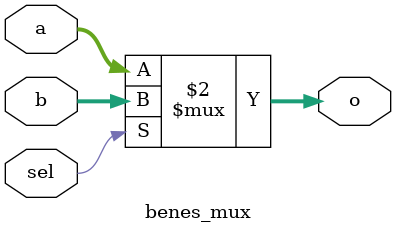
<source format=v>
`timescale 1ns / 1ps

// Design: benes.v
// Author: Eric Qin

// Description: Benes Network (Distribution Network)

// Reference: https://www.cs.cmu.edu/afs/cs.cmu.edu/project/phrensy/pub/papers/AroraLM94/node7.html

///////////////////////////////////////////////////////////////////////////////////////////////////
/*
Sample Indexing Diagram with 8 PES example

Table:
 O   --> switch (regular)
 $	 --> input switch
 #   --> output switch
 

----------------------------------------------------------------------------------------------- 
Data IO Diagram: 

r_data_bus_ff[Element 0] -->  $     O     O     O     O     O     # --> w_dist_bus[Element 0]
 
r_data_bus_ff[Element 1] -->  $     O     O     O     O     O     # --> w_dist_bus[Element 1]
 
r_data_bus_ff[Element 2] -->  $     O     O     O     O     O     # --> w_dist_bus[Element 2]
 
r_data_bus_ff[Element 3] -->  $     O     O     O     O     O     # --> w_dist_bus[Element 3]
 
r_data_bus_ff[Element 4] -->  $     O     O     O     O     O     # --> w_dist_bus[Element 4]
 
r_data_bus_ff[Element 5] -->  $     O     O     O     O     O     # --> w_dist_bus[Element 5]
 
r_data_bus_ff[Element 6] -->  $     O     O     O     O     O     # --> w_dist_bus[Element 6]

r_data_bus_ff[Element 7] -->  $     O     O     O     O     O     # --> w_dist_bus[Element 7]


----------------------------------------------------------------------------------------------- 
Horizontal Internal Wires Diagram: (between each switch) 

$ w_internal[0]  O w_internal[2]  O w_internal[4]  O w_internal[6]  O w_internal[8]  O w_internal[10] # 

$ w_internal[12] O w_internal[14] O w_internal[16] O w_internal[18] O w_internal[20] O w_internal[22] # 

$ w_internal[24] O w_internal[26] O w_internal[28] O w_internal[30] O w_internal[32] O w_internal[34] # 

$ w_internal[36] O w_internal[38] O w_internal[40] O w_internal[42] O w_internal[44] O w_internal[46] #  

$ w_internal[48] O w_internal[50] O w_internal[52] O w_internal[54] O w_internal[56] O w_internal[58] # 

$ w_internal[60] O w_internal[62] O w_internal[64] O w_internal[66] O w_internal[68] O w_internal[70] # 

$ w_internal[72] O w_internal[74] O w_internal[76] O w_internal[78] O w_internal[80] O w_internal[82] # 

$ w_internal[84] O w_internal[86] O w_internal[88] O w_internal[90] O w_internal[92] O w_internal[94] #  

----------------------------------------------------------------------------------------------- 
Diagonal Internal Wires Diagram: (between each switch)

$ w_internal[1]  O w_internal[3]  O w_internal[5]  O w_internal[7]  O w_internal[9]  O w_internal[11] # 

$ w_internal[13] O w_internal[15] O w_internal[17] O w_internal[19] O w_internal[21] O w_internal[23] # 

$ w_internal[25] O w_internal[27] O w_internal[29] O w_internal[31] O w_internal[33] O w_internal[35] # 

$ w_internal[37] O w_internal[39] O w_internal[41] O w_internal[43] O w_internal[45] O w_internal[47] #  

$ w_internal[49] O w_internal[51] O w_internal[53] O w_internal[55] O w_internal[57] O w_internal[59] # 

$ w_internal[61] O w_internal[63] O w_internal[65] O w_internal[67] O w_internal[69] O w_internal[71] # 

$ w_internal[73] O w_internal[75] O w_internal[77] O w_internal[79] O w_internal[81] O w_internal[83] # 

$ w_internal[85] O w_internal[87] O w_internal[89] O w_internal[91] O w_internal[93] O w_internal[95] #  

----------------------------------------------------------------------------------------------- 
Mux Select Signals Diagram (inputs to each switch)
	* input switch does not require any control signals --> value will go to both horizontal and diagonal
	* output switch only requires one control bit

NA  r_mux_bus_ff[0,1]      r_mux_bus_ff[2,3]      r_mux_bus_ff[4,5]      r_mux_bus_ff[6,7]      r_mux_bus_ff[8,9]     r_mux_bus_ff[80]

NA  r_mux_bus_ff[10,11]    r_mux_bus_ff[12,13]    r_mux_bus_ff[14,15]    r_mux_bus_ff[16,17]    r_mux_bus_ff[18,19]   r_mux_bus_ff[81]

NA  r_mux_bus_ff[20,21]    r_mux_bus_ff[22,23]    r_mux_bus_ff[24,25]    r_mux_bus_ff[26,27]    r_mux_bus_ff[28,29]   r_mux_bus_ff[82]

NA  r_mux_bus_ff[30,31]    r_mux_bus_ff[32,33]    r_mux_bus_ff[34,35]    r_mux_bus_ff[36,37]    r_mux_bus_ff[38,39]   r_mux_bus_ff[83]

NA  r_mux_bus_ff[40,41]    r_mux_bus_ff[42,43]    r_mux_bus_ff[44,45]    r_mux_bus_ff[46,47]    r_mux_bus_ff[48,49]   r_mux_bus_ff[84]

NA  r_mux_bus_ff[50,51]    r_mux_bus_ff[52,53]    r_mux_bus_ff[54,55]    r_mux_bus_ff[56,57]    r_mux_bus_ff[58,59]   r_mux_bus_ff[85]

NA  r_mux_bus_ff[60,61]    r_mux_bus_ff[62,63]    r_mux_bus_ff[64,65]    r_mux_bus_ff[66,67]    r_mux_bus_ff[68,69]   r_mux_bus_ff[86]

NA  r_mux_bus_ff[70,71]    r_mux_bus_ff[72,73]    r_mux_bus_ff[74,75]    r_mux_bus_ff[76,77]    r_mux_bus_ff[78,79]   r_mux_bus_ff[87]


----------------------------------------------------------------------------------------------- 

*/
///////////////////////////////////////////////////////////////////////////////////////////////////

module benes # (
	parameter DATA_TYPE = 16, // data type
	parameter NUM_PES = 8, // num of pes
	parameter LEVELS = 7) ( // 2*(log2PE) + 1
	clk,
	rst,
	i_data_bus, // input data bus
	i_mux_bus, // mux select control bus
	o_dist_bus // output bus to the multipliers
);

	input clk;
	input rst;
	input [NUM_PES * DATA_TYPE -1 : 0] i_data_bus; // input data bus
	input [2*(LEVELS-2)*NUM_PES + NUM_PES-1 : 0] i_mux_bus; // mux select bus

	output reg [NUM_PES * DATA_TYPE -1 : 0] o_dist_bus; // output distribution bus

	reg [NUM_PES * DATA_TYPE -1 : 0] r_data_bus_ff; // FF version of input data bus
	reg [2*(LEVELS-2)*NUM_PES + NUM_PES-1 : 0] r_mux_bus_ff; // FF version of mux select bus

	wire [NUM_PES * DATA_TYPE -1 : 0] w_dist_bus; // wire to be FF to o_dist_bus
	wire [DATA_TYPE-1 : 0] w_internal [2*NUM_PES*(LEVELS-1)-1:0]; // internal wire 

	always @ (*) begin // Fix: latched rather than FF (timing fix)
		if (rst == 1'b1) begin
			r_data_bus_ff <= 'd0;
		end else begin
			r_data_bus_ff <= i_data_bus;
		end
	end
	
	always @ (posedge clk) begin
		if (rst == 1'b1) begin
			r_mux_bus_ff <= 'd0;
			o_dist_bus <= 'd0;
		end else begin
			r_mux_bus_ff <= i_mux_bus;
			o_dist_bus <= w_dist_bus;		
		end
	end

	genvar i, j; 
	
	/////////////////////////////////////////////////////////////////////////
	// First Level - Input
	/////////////////////////////////////////////////////////////////////////
	generate
		for (i=0; i<NUM_PES; i=i+1) begin : in_switch
			input_switch #(.WIDTH(DATA_TYPE)) in_switch (
				.y(w_internal[2*i*(LEVELS-1)]), // horizontal output of switch to w_internal
				.z(w_internal[2*i*(LEVELS-1)+1]), // diagonal output of switch to w_internal
				.in(r_data_bus_ff[(i+1)*DATA_TYPE-1:i*DATA_TYPE])
			);
		end
	endgenerate

	/////////////////////////////////////////////////////////////////////////
	// Last Level - Output
	/////////////////////////////////////////////////////////////////////////
	generate
		for (i=0; i<NUM_PES; i=i+1) begin : out_switch
			if (i % 2 == 0) begin : from_nw // input diagonal link from south-west switch, should always be horizontal
				output_switch  #(.WIDTH(DATA_TYPE))  out_switch (
					.y(w_dist_bus[i*DATA_TYPE+DATA_TYPE-1 : i*DATA_TYPE]), // to output dist bus
					.in0(w_internal[2*i*(LEVELS-1)+(2*(LEVELS-2))]), // connect from the horizontal switch
					.in1(w_internal[2*(i+1)*(LEVELS-1)+(2*(LEVELS-2))+1]), // connect from the south-west diagonal switch
					.sel(r_mux_bus_ff[2*NUM_PES*(LEVELS-2)+i]) // mux select bit
				);
			end else begin : from_sw // input diagonal link from north-west switch
				output_switch  #(.WIDTH(DATA_TYPE))  out_switch (
					.y(w_dist_bus[i*DATA_TYPE+DATA_TYPE-1 : i*DATA_TYPE]), // to output dist bus
					.in0(w_internal[2*i*(LEVELS-1)+(2*(LEVELS-2))]), // connect from the horizontal switch
					.in1(w_internal[2*(i-1)*(LEVELS-1)+(2*(LEVELS-2))+1]), // connect from the north-west diagonal switch
					.sel(r_mux_bus_ff[2*NUM_PES*(LEVELS-2)+i]) // mux select bit
				);
			end
		end
	endgenerate 


	/////////////////////////////////////////////////////////////////////////
	// Intermediate Levels - Everything else in between
	/////////////////////////////////////////////////////////////////////////
	generate
		for (i=0; i<NUM_PES; i=i+1) begin :mid_switch_y
			for (j=1; j<=(LEVELS-2); j=j+1) begin: mid_switch_x
				// mid and left of mid switches
				if (j <= (LEVELS-1)/2 ) begin : mid_and_left 
					if (i % (2**j) < (2**(j-1))) begin : from_sw // input diagonal link from south-west switch
						switch  #(.WIDTH(DATA_TYPE))  imm_switch (
							.y(w_internal[2*i*(LEVELS-1)+2*j]), // horizontal output of switch to w_internal
							.z(w_internal[2*i*(LEVELS-1)+2*j+1]), // diagonal output of switch to w_internal
							.in0(w_internal[2*i*(LEVELS-1)+2*(j-1)]), // connect from the horizontal switch
							.in1(w_internal[2*(i+(2**(j-1)))*(LEVELS-1)+2*(j-1)+1]), // connect from a diagonal switch
							.sel0(r_mux_bus_ff[2*(LEVELS-2)*i+(2*(j-1))]), // mux select bit
							.sel1(r_mux_bus_ff[2*(LEVELS-2)*i+(2*(j-1)+1)]) // mux select bit
						);
					end else begin : from_nw // input diagonal link from north-west switch
						switch  #(.WIDTH(DATA_TYPE))  imm_switch (
							.y(w_internal[2*i*(LEVELS-1)+2*j]),  // horizontal output of switch to w_internal
							.z(w_internal[2*i*(LEVELS-1)+2*j+1]), // diagonal output of switch to w_internal
							.in0(w_internal[2*i*(LEVELS-1)+2*(j-1)]), // connect from the horizontal switch
							.in1(w_internal[2*(i-(2**(j-1)))*(LEVELS-1)+2*(j-1)+1]), // connect from a diagonal switch
							.sel0(r_mux_bus_ff[2*(LEVELS-2)*i+(2*(j-1))]), // mux select bit
							.sel1(r_mux_bus_ff[2*(LEVELS-2)*i+(2*(j-1)+1)]) // mux select bit
						);
					end
				// right of mid switches
				end else begin : right_of_mid
					if (i % (2**(LEVELS-j)) < (2**(LEVELS-j-1))) begin : from_sw // input diagonal link from south-west switch 
						switch  #(.WIDTH(DATA_TYPE))  imm_switch (
							.y(w_internal[2*i*(LEVELS-1)+2*j]), // horizontal output of switch to w_internal
							.z(w_internal[2*i*(LEVELS-1)+2*j+1]), // diagonal output of switch to w_internal
							.in0(w_internal[2*i*(LEVELS-1)+2*(j-1)]), // connect from the horizontal switch
							.in1(w_internal[2*(i+(2**(LEVELS-j-1)))*(LEVELS-1)+2*(j-1)+1]), // connect from a diagonal switch 
							.sel0(r_mux_bus_ff[2*(LEVELS-2)*i+(2*(j-1))]), // mux select bit
							.sel1(r_mux_bus_ff[2*(LEVELS-2)*i+(2*(j-1)+1)]) // mux select bit
						);
					end else begin : from_nw// input diagonal link from north-west switch
						switch  #(.WIDTH(DATA_TYPE))  imm_switch (
							.y(w_internal[2*i*(LEVELS-1)+2*j]), // horizontal output of switch to w_internal
							.z(w_internal[2*i*(LEVELS-1)+2*j+1]), // diagonal output of switch to w_internal
							.in0(w_internal[2*i*(LEVELS-1)+2*(j-1)]), // connect from the horizontal switch
							.in1(w_internal[2*(i-(2**(LEVELS-j-1)))*(LEVELS-1)+2*(j-1)+1]), // connect from a diagonal switch 
							.sel0(r_mux_bus_ff[2*(LEVELS-2)*i+(2*(j-1))]), // mux select bit
							.sel1(r_mux_bus_ff[2*(LEVELS-2)*i+(2*(j-1)+1)]) // mux select bit
						);
					end
				end
			end
		end
	endgenerate 

endmodule


//////////////////////////////////////////////////////////////////////////////////////

module input_switch #(parameter WIDTH = 16) (y, z, in);

	output [WIDTH-1:0] y, z;
	input [WIDTH-1:0] in;
	
	assign y = in;
	assign z = in;

endmodule

//////////////////////////////////////////////////////////////////////////////////////

module output_switch #(parameter WIDTH = 16) (y, in0, in1, sel);

	output [WIDTH-1:0] y;
	input [WIDTH-1:0] in0, in1;
	input sel;

	// If select is 0, output from horizontal
	// If select is 1, output from diagonal
	
	benes_mux #(.W(WIDTH)) mux0 ( .o(y), .a(in0), .b(in1), .sel(sel) );

endmodule


//////////////////////////////////////////////////////////////////////////////////////

module switch #(parameter WIDTH = 16) (y, z, in0, in1, sel0, sel1);

	output [WIDTH-1:0] y, z;
	input [WIDTH-1:0] in0, in1;
	input sel0, sel1;

	// If select is 0, then pass input from horizontal
	// If select is 1, then pass input from diagonal
	// y output goes to horizontal
	// z output goes to diagonal
	
	benes_mux #(.W(WIDTH)) mux0 ( .o(y), .a(in0), .b(in1), .sel(sel0) ); // y output is horizontal
	benes_mux #(.W(WIDTH)) mux1 ( .o(z), .a(in0), .b(in1), .sel(sel1) ); // z output is diagonal

endmodule

//////////////////////////////////////////////////////////////////////////////////////

module benes_mux #(parameter W = 16) (o, a, b, sel);
	
	output reg [W-1:0] o;
	input [W-1:0] a, b;
	input sel;

	always @ (sel or a or b) begin
		o = sel ? b : a;
	end

endmodule 

//////////////////////////////////////////////////////////////////////////////////////



</source>
